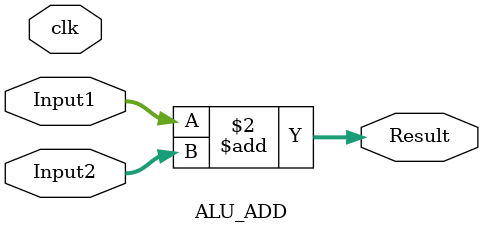
<source format=v>

module ALU_ADD_4(
	output reg  [31:0] Result = 0 ,
	input [31:0] Input1,
	input clk);

always@(Input1)
 begin
	Result=(Input1+4);
	//$display(" input1 = %d --Result: %d ",Input1,Result);
 end
endmodule

module ALU_ADD(
	output reg signed [31:0] Result = 0,
	input signed [31:0] Input1,Input2,
	input clk);

always@(*)
 begin
	Result=(Input1+Input2);
 end
endmodule
/*module tbb();
 wire signed [31:0] Result;
	reg signed [31:0] Input1,Input2;
	reg clk;
initial 
begin
$monitor("%d",Result);
clk = 1;
Input1 = 0;
Input2 = 4;
end
ALU_ADD s2(Result,Input1,Input2,clk);
endmodule
*/
</source>
